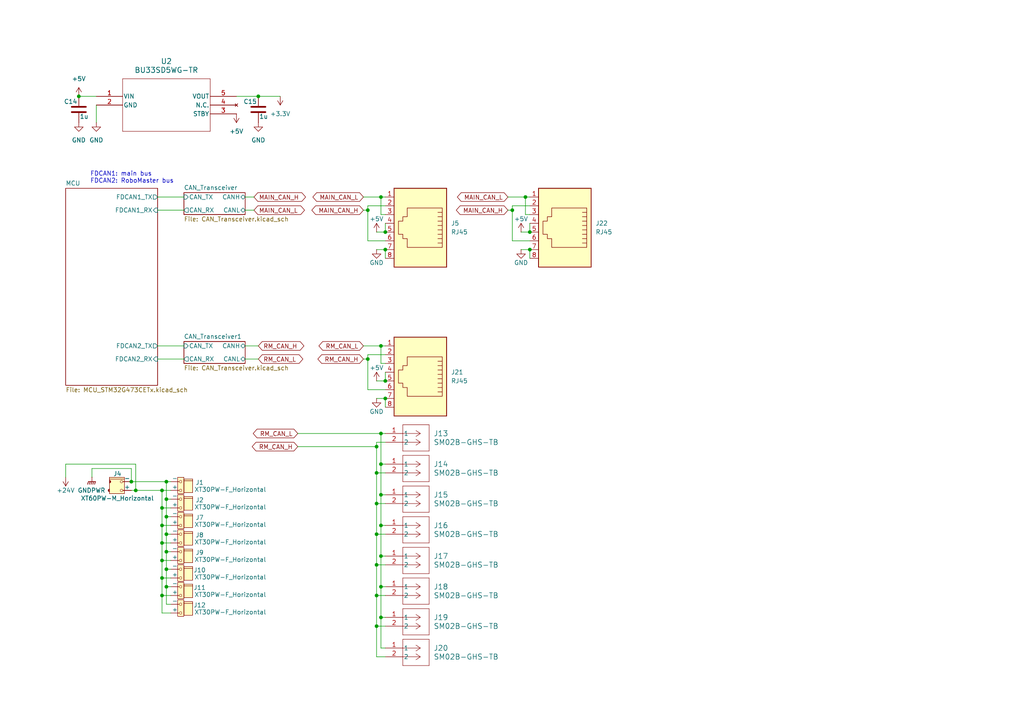
<source format=kicad_sch>
(kicad_sch (version 20250114) (generator "eeschema") (generator_version "9.0")
  (paper "A4")
  (lib_symbols
    (symbol "2025-09-24_17-07-21:BU33SD5WG-TR" (pin_names (offset 0.254))
      (property "Reference" "U" (at 20.32 10.16 0))
      (property "Value" "BU33SD5WG-TR" (at 20.32 7.62 0))
      (symbol "BU33SD5WG-TR_0_1"
        (polyline (pts (xy 7.62 5.08) (xy 7.62 -10.16)) (stroke (width 0.127)))
        (polyline (pts (xy 7.62 -10.16) (xy 33.02 -10.16)) (stroke (width 0.127)))
        (polyline (pts (xy 33.02 5.08) (xy 7.62 5.08)) (stroke (width 0.127)))
        (polyline (pts (xy 33.02 -10.16) (xy 33.02 5.08)) (stroke (width 0.127)))
        (pin unspecified line (at 0 0 0) (length 7.62) (name "VIN") (number "1"))
        (pin power_out line (at 0 -2.54 0) (length 7.62) (name "GND") (number "2"))
        (pin output line (at 40.64 0 180) (length 7.62) (name "VOUT") (number "5"))
        (pin no_connect line (at 40.64 -2.54 180) (length 7.62) (name "N.C.") (number "4"))
        (pin unspecified line (at 40.64 -5.08 180) (length 7.62) (name "STBY") (number "3"))
      )
    )
    (symbol "2025-09-24_17-23-00:SM02B-GHS-TB" (pin_names (offset 0.254))
      (property "Reference" "J" (at 8.89 6.35 0))
      (property "Value" "SM02B-GHS-TB" (at 0 0 0))
      (symbol "SM02B-GHS-TB_1_1"
        (polyline (pts (xy 5.08 2.54) (xy 5.08 -5.08)) (stroke (width 0.127)))
        (polyline (pts (xy 5.08 -5.08) (xy 12.7 -5.08)) (stroke (width 0.127)))
        (polyline (pts (xy 10.16 0) (xy 5.08 0)) (stroke (width 0.127)))
        (polyline (pts (xy 10.16 0) (xy 8.89 0.8467)) (stroke (width 0.127)))
        (polyline (pts (xy 10.16 0) (xy 8.89 -0.8467)) (stroke (width 0.127)))
        (polyline (pts (xy 10.16 -2.54) (xy 5.08 -2.54)) (stroke (width 0.127)))
        (polyline (pts (xy 10.16 -2.54) (xy 8.89 -1.6933)) (stroke (width 0.127)))
        (polyline (pts (xy 10.16 -2.54) (xy 8.89 -3.3867)) (stroke (width 0.127)))
        (polyline (pts (xy 12.7 2.54) (xy 5.08 2.54)) (stroke (width 0.127)))
        (polyline (pts (xy 12.7 -5.08) (xy 12.7 2.54)) (stroke (width 0.127)))
        (pin unspecified line (at 0 0 0) (length 5.08) (name "1") (number "1"))
        (pin unspecified line (at 0 -2.54 0) (length 5.08) (name "2") (number "2"))
      )
      (symbol "SM02B-GHS-TB_1_2"
        (polyline (pts (xy 5.08 2.54) (xy 5.08 -5.08)) (stroke (width 0.127)))
        (polyline (pts (xy 5.08 -5.08) (xy 12.7 -5.08)) (stroke (width 0.127)))
        (polyline (pts (xy 7.62 0) (xy 5.08 0)) (stroke (width 0.127)))
        (polyline (pts (xy 7.62 0) (xy 8.89 0.8467)) (stroke (width 0.127)))
        (polyline (pts (xy 7.62 0) (xy 8.89 -0.8467)) (stroke (width 0.127)))
        (polyline (pts (xy 7.62 -2.54) (xy 5.08 -2.54)) (stroke (width 0.127)))
        (polyline (pts (xy 7.62 -2.54) (xy 8.89 -1.6933)) (stroke (width 0.127)))
        (polyline (pts (xy 7.62 -2.54) (xy 8.89 -3.3867)) (stroke (width 0.127)))
        (polyline (pts (xy 12.7 2.54) (xy 5.08 2.54)) (stroke (width 0.127)))
        (polyline (pts (xy 12.7 -5.08) (xy 12.7 2.54)) (stroke (width 0.127)))
        (pin unspecified line (at 0 0 0) (length 5.08) (name "1") (number "1"))
        (pin unspecified line (at 0 -2.54 0) (length 5.08) (name "2") (number "2"))
      )
    )
    (symbol "Connector:RJ45" (pin_names (offset 1.016))
      (property "Reference" "J" (at -5.08 13.97 0))
      (property "Value" "RJ45" (at 2.54 13.97 0))
      (symbol "RJ45_0_1"
        (polyline (pts (xy -6.35 1.905) (xy -5.08 1.905) (xy -5.08 1.905)))
        (polyline (pts (xy -6.35 0.635) (xy -5.08 0.635) (xy -5.08 0.635)))
        (polyline (pts (xy -6.35 -0.635) (xy -5.08 -0.635) (xy -5.08 -0.635)))
        (polyline (pts (xy -6.35 -1.905) (xy -5.08 -1.905) (xy -5.08 -1.905)))
        (polyline (pts (xy -6.35 -3.175) (xy -5.08 -3.175) (xy -5.08 -3.175)))
        (polyline (pts (xy -6.35 -4.445) (xy -6.35 6.985) (xy 3.81 6.985) (xy 3.81 4.445) (xy 5.08 4.445) (xy 5.08 3.175) (xy 6.35 3.175) (xy 6.35 -0.635) (xy 5.08 -0.635) (xy 5.08 -1.905) (xy 3.81 -1.905) (xy 3.81 -4.445) (xy -6.35 -4.445) (xy -6.35 -4.445)))
        (polyline (pts (xy -5.08 5.715) (xy -6.35 5.715)))
        (polyline (pts (xy -5.08 4.445) (xy -6.35 4.445)))
        (polyline (pts (xy -5.08 3.175) (xy -6.35 3.175) (xy -6.35 3.175)))
        (rectangle (start 7.62 12.7) (end -7.62 -10.16) (stroke (width 0.254)) (fill (type background)))
      )
      (symbol "RJ45_1_1"
        (pin passive line (at 10.16 10.16 180) (length 2.54) (name "~") (number "8"))
        (pin passive line (at 10.16 7.62 180) (length 2.54) (name "~") (number "7"))
        (pin passive line (at 10.16 5.08 180) (length 2.54) (name "~") (number "6"))
        (pin passive line (at 10.16 2.54 180) (length 2.54) (name "~") (number "5"))
        (pin passive line (at 10.16 0 180) (length 2.54) (name "~") (number "4"))
        (pin passive line (at 10.16 -2.54 180) (length 2.54) (name "~") (number "3"))
        (pin passive line (at 10.16 -5.08 180) (length 2.54) (name "~") (number "2"))
        (pin passive line (at 10.16 -7.62 180) (length 2.54) (name "~") (number "1"))
      )
    )
    (symbol "Device:C" (pin_numbers (hide yes)) (pin_names (offset 0.254))
      (property "Reference" "C" (at 0.635 2.54 0))
      (property "Value" "C" (at 0.635 -2.54 0))
      (symbol "C_0_1"
        (polyline (pts (xy -2.032 0.762) (xy 2.032 0.762)) (stroke (width 0.508)))
        (polyline (pts (xy -2.032 -0.762) (xy 2.032 -0.762)) (stroke (width 0.508)))
      )
      (symbol "C_1_1"
        (pin passive line (at 0 3.81 270) (length 2.794) (name "~") (number "1"))
        (pin passive line (at 0 -3.81 90) (length 2.794) (name "~") (number "2"))
      )
    )
    (symbol "XT30PW-F_Horizontal_1" (pin_numbers (hide yes)) (pin_names (offset 0))
      (property "Reference" "J" (at 0 3.302 0))
      (property "Value" "XT30PW-F_Horizontal" (at 0 -3.556 0))
      (symbol "XT30PW-F_Horizontal_1_1_1"
        (rectangle (start -1.778 2.2225) (end 0 -2.5399) (stroke (width 0.1524)) (fill (type background)))
        (circle (center -0.9652 1.27) (radius 0.381) (stroke (width 0.1016)))
        (circle (center -0.9652 -1.27) (radius 0.381) (stroke (width 0.1016)))
        (rectangle (start 0 1.905) (end 2.54 -2.032) (fill (type background)))
        (polyline (pts (xy 0 -1.524) (xy 2.54 -1.524)))
        (pin power_out line (at -3.81 1.27 0) (length 2.413) (name "+") (number "1"))
        (pin power_out line (at -3.81 -1.27 0) (length 2.413) (name "-") (number "1"))
      )
    )
    (symbol "XT30PW-F_Horizontal_2" (pin_numbers (hide yes)) (pin_names (offset 0))
      (property "Reference" "J" (at 0 3.302 0))
      (property "Value" "XT30PW-F_Horizontal" (at 0 -3.556 0))
      (symbol "XT30PW-F_Horizontal_2_1_1"
        (rectangle (start -1.778 2.2225) (end 0 -2.5399) (stroke (width 0.1524)) (fill (type background)))
        (circle (center -0.9652 1.27) (radius 0.381) (stroke (width 0.1016)))
        (circle (center -0.9652 -1.27) (radius 0.381) (stroke (width 0.1016)))
        (rectangle (start 0 1.905) (end 2.54 -2.032) (fill (type background)))
        (polyline (pts (xy 0 -1.524) (xy 2.54 -1.524)))
        (pin power_out line (at -3.81 1.27 0) (length 2.413) (name "+") (number "1"))
        (pin power_out line (at -3.81 -1.27 0) (length 2.413) (name "-") (number "1"))
      )
    )
    (symbol "XT30PW-F_Horizontal_3" (pin_numbers (hide yes)) (pin_names (offset 0))
      (property "Reference" "J" (at 0 3.302 0))
      (property "Value" "XT30PW-F_Horizontal" (at 0 -3.556 0))
      (symbol "XT30PW-F_Horizontal_3_1_1"
        (rectangle (start -1.778 2.2225) (end 0 -2.5399) (stroke (width 0.1524)) (fill (type background)))
        (circle (center -0.9652 1.27) (radius 0.381) (stroke (width 0.1016)))
        (circle (center -0.9652 -1.27) (radius 0.381) (stroke (width 0.1016)))
        (rectangle (start 0 1.905) (end 2.54 -2.032) (fill (type background)))
        (polyline (pts (xy 0 -1.524) (xy 2.54 -1.524)))
        (pin power_out line (at -3.81 1.27 0) (length 2.413) (name "+") (number "1"))
        (pin power_out line (at -3.81 -1.27 0) (length 2.413) (name "-") (number "1"))
      )
    )
    (symbol "XT30PW-F_Horizontal_4" (pin_numbers (hide yes)) (pin_names (offset 0))
      (property "Reference" "J" (at 0 3.302 0))
      (property "Value" "XT30PW-F_Horizontal" (at 0 -3.556 0))
      (symbol "XT30PW-F_Horizontal_4_1_1"
        (rectangle (start -1.778 2.2225) (end 0 -2.5399) (stroke (width 0.1524)) (fill (type background)))
        (circle (center -0.9652 1.27) (radius 0.381) (stroke (width 0.1016)))
        (circle (center -0.9652 -1.27) (radius 0.381) (stroke (width 0.1016)))
        (rectangle (start 0 1.905) (end 2.54 -2.032) (fill (type background)))
        (polyline (pts (xy 0 -1.524) (xy 2.54 -1.524)))
        (pin power_out line (at -3.81 1.27 0) (length 2.413) (name "+") (number "1"))
        (pin power_out line (at -3.81 -1.27 0) (length 2.413) (name "-") (number "1"))
      )
    )
    (symbol "XT30PW-F_Horizontal_5" (pin_numbers (hide yes)) (pin_names (offset 0))
      (property "Reference" "J" (at 0 3.302 0))
      (property "Value" "XT30PW-F_Horizontal" (at 0 -3.556 0))
      (symbol "XT30PW-F_Horizontal_5_1_1"
        (rectangle (start -1.778 2.2225) (end 0 -2.5399) (stroke (width 0.1524)) (fill (type background)))
        (circle (center -0.9652 1.27) (radius 0.381) (stroke (width 0.1016)))
        (circle (center -0.9652 -1.27) (radius 0.381) (stroke (width 0.1016)))
        (rectangle (start 0 1.905) (end 2.54 -2.032) (fill (type background)))
        (polyline (pts (xy 0 -1.524) (xy 2.54 -1.524)))
        (pin power_out line (at -3.81 1.27 0) (length 2.413) (name "+") (number "1"))
        (pin power_out line (at -3.81 -1.27 0) (length 2.413) (name "-") (number "1"))
      )
    )
    (symbol "XT30PW-F_Horizontal_6" (pin_numbers (hide yes)) (pin_names (offset 0))
      (property "Reference" "J" (at 0 3.302 0))
      (property "Value" "XT30PW-F_Horizontal" (at 0 -3.556 0))
      (symbol "XT30PW-F_Horizontal_6_1_1"
        (rectangle (start -1.778 2.2225) (end 0 -2.5399) (stroke (width 0.1524)) (fill (type background)))
        (circle (center -0.9652 1.27) (radius 0.381) (stroke (width 0.1016)))
        (circle (center -0.9652 -1.27) (radius 0.381) (stroke (width 0.1016)))
        (rectangle (start 0 1.905) (end 2.54 -2.032) (fill (type background)))
        (polyline (pts (xy 0 -1.524) (xy 2.54 -1.524)))
        (pin power_out line (at -3.81 1.27 0) (length 2.413) (name "+") (number "1"))
        (pin power_out line (at -3.81 -1.27 0) (length 2.413) (name "-") (number "1"))
      )
    )
    (symbol "XT30PW-F_Horizontal_7" (pin_numbers (hide yes)) (pin_names (offset 0))
      (property "Reference" "J" (at 0 3.302 0))
      (property "Value" "XT30PW-F_Horizontal" (at 0 -3.556 0))
      (symbol "XT30PW-F_Horizontal_7_1_1"
        (rectangle (start -1.778 2.2225) (end 0 -2.5399) (stroke (width 0.1524)) (fill (type background)))
        (circle (center -0.9652 1.27) (radius 0.381) (stroke (width 0.1016)))
        (circle (center -0.9652 -1.27) (radius 0.381) (stroke (width 0.1016)))
        (rectangle (start 0 1.905) (end 2.54 -2.032) (fill (type background)))
        (polyline (pts (xy 0 -1.524) (xy 2.54 -1.524)))
        (pin power_out line (at -3.81 1.27 0) (length 2.413) (name "+") (number "1"))
        (pin power_out line (at -3.81 -1.27 0) (length 2.413) (name "-") (number "1"))
      )
    )
    (symbol "XT30PW-F_Horizontal_8" (pin_numbers (hide yes)) (pin_names (offset 0))
      (property "Reference" "J" (at 0 3.302 0))
      (property "Value" "XT30PW-F_Horizontal" (at 0 -3.556 0))
      (symbol "XT30PW-F_Horizontal_8_1_1"
        (rectangle (start -1.778 2.2225) (end 0 -2.5399) (stroke (width 0.1524)) (fill (type background)))
        (circle (center -0.9652 1.27) (radius 0.381) (stroke (width 0.1016)))
        (circle (center -0.9652 -1.27) (radius 0.381) (stroke (width 0.1016)))
        (rectangle (start 0 1.905) (end 2.54 -2.032) (fill (type background)))
        (polyline (pts (xy 0 -1.524) (xy 2.54 -1.524)))
        (pin power_out line (at -3.81 1.27 0) (length 2.413) (name "+") (number "1"))
        (pin power_out line (at -3.81 -1.27 0) (length 2.413) (name "-") (number "1"))
      )
    )
    (symbol "power:+24V" (power) (pin_numbers (hide yes)) (pin_names (offset 0) (hide yes))
      (property "Value" "+24V" (at 0 3.556 0))
      (symbol "+24V_0_1"
        (polyline (pts (xy -0.762 1.27) (xy 0 2.54)))
        (polyline (pts (xy 0 2.54) (xy 0.762 1.27)))
        (polyline (pts (xy 0 0) (xy 0 2.54)))
      )
      (symbol "+24V_1_1"
        (pin power_in line (at 0 0 90) (length 0) (name "~") (number "1"))
      )
    )
    (symbol "power:+3.3V" (power) (pin_numbers (hide yes)) (pin_names (offset 0) (hide yes))
      (property "Value" "+3.3V" (at 0 3.556 0))
      (symbol "+3.3V_0_1"
        (polyline (pts (xy -0.762 1.27) (xy 0 2.54)))
        (polyline (pts (xy 0 2.54) (xy 0.762 1.27)))
        (polyline (pts (xy 0 0) (xy 0 2.54)))
      )
      (symbol "+3.3V_1_1"
        (pin power_in line (at 0 0 90) (length 0) (name "~") (number "1"))
      )
    )
    (symbol "power:+5V" (power) (pin_numbers (hide yes)) (pin_names (offset 0) (hide yes))
      (property "Value" "+5V" (at 0 3.556 0))
      (symbol "+5V_0_1"
        (polyline (pts (xy -0.762 1.27) (xy 0 2.54)))
        (polyline (pts (xy 0 2.54) (xy 0.762 1.27)))
        (polyline (pts (xy 0 0) (xy 0 2.54)))
      )
      (symbol "+5V_1_1"
        (pin power_in line (at 0 0 90) (length 0) (name "~") (number "1"))
      )
    )
    (symbol "power:GND" (power) (pin_numbers (hide yes)) (pin_names (offset 0) (hide yes))
      (property "Value" "GND" (at 0 -3.81 0))
      (symbol "GND_0_1"
        (polyline (pts (xy 0 0) (xy 0 -1.27) (xy 1.27 -1.27) (xy 0 -2.54) (xy -1.27 -1.27) (xy 0 -1.27)))
      )
      (symbol "GND_1_1"
        (pin power_in line (at 0 0 270) (length 0) (name "~") (number "1"))
      )
    )
    (symbol "power:GNDPWR" (power) (pin_numbers (hide yes)) (pin_names (offset 0) (hide yes))
      (property "Value" "GNDPWR" (at 0 -3.302 0))
      (symbol "GNDPWR_0_1"
        (polyline (pts (xy -1.016 -1.27) (xy -1.27 -2.032) (xy -1.27 -2.032)) (stroke (width 0.2032)))
        (polyline (pts (xy -0.508 -1.27) (xy -0.762 -2.032) (xy -0.762 -2.032)) (stroke (width 0.2032)))
        (polyline (pts (xy 0 -1.27) (xy 0 0)))
        (polyline (pts (xy 0 -1.27) (xy -0.254 -2.032) (xy -0.254 -2.032)) (stroke (width 0.2032)))
        (polyline (pts (xy 0.508 -1.27) (xy 0.254 -2.032) (xy 0.254 -2.032)) (stroke (width 0.2032)))
        (polyline (pts (xy 1.016 -1.27) (xy -1.016 -1.27) (xy -1.016 -1.27)) (stroke (width 0.2032)))
        (polyline (pts (xy 1.016 -1.27) (xy 0.762 -2.032) (xy 0.762 -2.032) (xy 0.762 -2.032)) (stroke (width 0.2032)))
      )
      (symbol "GNDPWR_1_1"
        (pin power_in line (at 0 0 270) (length 0) (name "~") (number "1"))
      )
    )
    (symbol "y-robo:XT60PW-M_Horizontal" (pin_numbers (hide yes)) (pin_names (offset 0))
      (property "Reference" "J" (at 0 3.556 0))
      (property "Value" "XT60PW-M_Horizontal" (at 0 -3.81 0))
      (symbol "XT60PW-M_Horizontal_0_1"
        (polyline (pts (xy -1.778 -2.032) (xy 2.54 -2.032)))
      )
      (symbol "XT60PW-M_Horizontal_1_1"
        (rectangle (start -1.778 2.2225) (end 2.54 -2.5399) (stroke (width 0.1524)) (fill (type background)))
        (circle (center -0.9652 1.27) (radius 0.381) (stroke (width 0.1016)))
        (circle (center -0.9652 -1.27) (radius 0.381) (stroke (width 0.1016)))
        (arc (start 2.54 1.651) (mid 2.921 1.27) (end 2.54 0.889) (fill (type outline)))
        (arc (start 2.54 -0.889) (mid 2.54 -0.889) (end 2.54 -1.651) (fill (type outline)))
        (pin power_out line (at -3.81 1.27 0) (length 2.413) (name "+") (number "1"))
        (pin power_out line (at -3.81 -1.27 0) (length 2.413) (name "-") (number "2"))
      )
    )
  )
  (text "FDCAN1: main bus\nFDCAN2: RoboMaster bus" (at 26.162 49.784 0) (effects (font (size 1.27 1.27)) (justify left top)))
  (junction (at 109.22 154.94))
  (junction (at 46.99 172.72))
  (junction (at 46.99 157.48))
  (junction (at 153.67 67.31))
  (junction (at 153.67 72.39))
  (junction (at 109.22 129.54))
  (junction (at 48.26 154.94))
  (junction (at 46.99 162.56))
  (junction (at 48.26 139.7))
  (junction (at 48.26 170.18))
  (junction (at 39.37 142.24))
  (junction (at 110.49 125.73))
  (junction (at 106.68 60.96))
  (junction (at 110.49 143.51))
  (junction (at 46.99 142.24))
  (junction (at 110.49 179.07))
  (junction (at 46.99 152.4))
  (junction (at 109.22 172.72))
  (junction (at 48.26 149.86))
  (junction (at 110.49 100.33))
  (junction (at 109.22 163.83))
  (junction (at 110.49 152.4))
  (junction (at 48.26 160.02))
  (junction (at 148.59 60.96))
  (junction (at 110.49 161.29))
  (junction (at 48.26 144.78))
  (junction (at 48.26 165.1))
  (junction (at 106.68 104.14))
  (junction (at 109.22 146.05))
  (junction (at 111.76 67.31))
  (junction (at 110.49 134.62))
  (junction (at 38.1 139.7))
  (junction (at 46.99 147.32))
  (junction (at 22.86 27.94))
  (junction (at 109.22 181.61))
  (junction (at 109.22 137.16))
  (junction (at 111.76 110.49))
  (junction (at 110.49 170.18))
  (junction (at 46.99 167.64))
  (junction (at 110.49 57.15))
  (junction (at 111.76 72.39))
  (junction (at 74.93 27.94))
  (junction (at 111.76 115.57))
  (junction (at 152.4 57.15))
  (wire (pts (xy 109.22 129.54) (xy 109.22 128.27)))
  (wire (pts (xy 71.12 60.96) (xy 73.66 60.96)))
  (wire (pts (xy 49.53 147.32) (xy 46.99 147.32)))
  (wire (pts (xy 110.49 170.18) (xy 111.76 170.18)))
  (wire (pts (xy 39.37 142.24) (xy 46.99 142.24)))
  (wire (pts (xy 109.22 137.16) (xy 111.76 137.16)))
  (wire (pts (xy 110.49 105.41) (xy 111.76 105.41)))
  (wire (pts (xy 110.49 170.18) (xy 110.49 179.07)))
  (wire (pts (xy 105.41 100.33) (xy 110.49 100.33)))
  (wire (pts (xy 111.76 72.39) (xy 111.76 74.93)))
  (wire (pts (xy 49.53 170.18) (xy 48.26 170.18)))
  (wire (pts (xy 49.53 152.4) (xy 46.99 152.4)))
  (wire (pts (xy 48.26 165.1) (xy 48.26 170.18)))
  (wire (pts (xy 153.67 67.31) (xy 153.67 64.77)))
  (wire (pts (xy 106.68 60.96) (xy 106.68 69.85)))
  (wire (pts (xy 151.13 67.31) (xy 153.67 67.31)))
  (wire (pts (xy 68.58 27.94) (xy 74.93 27.94)))
  (wire (pts (xy 48.26 139.7) (xy 49.53 139.7)))
  (wire (pts (xy 45.72 104.14) (xy 53.34 104.14)))
  (wire (pts (xy 46.99 152.4) (xy 46.99 157.48)))
  (wire (pts (xy 49.53 165.1) (xy 48.26 165.1)))
  (wire (pts (xy 109.22 110.49) (xy 111.76 110.49)))
  (wire (pts (xy 111.76 190.5) (xy 109.22 190.5)))
  (wire (pts (xy 110.49 134.62) (xy 110.49 143.51)))
  (wire (pts (xy 152.4 62.23) (xy 153.67 62.23)))
  (wire (pts (xy 26.67 135.89) (xy 26.67 138.43)))
  (wire (pts (xy 45.72 100.33) (xy 53.34 100.33)))
  (wire (pts (xy 110.49 125.73) (xy 111.76 125.73)))
  (wire (pts (xy 110.49 100.33) (xy 111.76 100.33)))
  (wire (pts (xy 46.99 172.72) (xy 46.99 177.8)))
  (wire (pts (xy 110.49 57.15) (xy 111.76 57.15)))
  (wire (pts (xy 74.93 100.33) (xy 71.12 100.33)))
  (wire (pts (xy 49.53 160.02) (xy 48.26 160.02)))
  (wire (pts (xy 22.86 27.94) (xy 27.94 27.94)))
  (wire (pts (xy 106.68 69.85) (xy 111.76 69.85)))
  (wire (pts (xy 109.22 181.61) (xy 109.22 172.72)))
  (wire (pts (xy 109.22 154.94) (xy 111.76 154.94)))
  (wire (pts (xy 152.4 57.15) (xy 152.4 62.23)))
  (wire (pts (xy 45.72 60.96) (xy 53.34 60.96)))
  (wire (pts (xy 86.36 129.54) (xy 109.22 129.54)))
  (wire (pts (xy 109.22 154.94) (xy 109.22 146.05)))
  (wire (pts (xy 38.1 139.7) (xy 38.1 135.89)))
  (wire (pts (xy 152.4 57.15) (xy 153.67 57.15)))
  (wire (pts (xy 38.1 139.7) (xy 48.26 139.7)))
  (wire (pts (xy 109.22 67.31) (xy 111.76 67.31)))
  (wire (pts (xy 111.76 115.57) (xy 111.76 118.11)))
  (wire (pts (xy 46.99 142.24) (xy 49.53 142.24)))
  (wire (pts (xy 106.68 59.69) (xy 111.76 59.69)))
  (wire (pts (xy 48.26 170.18) (xy 48.26 175.26)))
  (wire (pts (xy 151.13 72.39) (xy 153.67 72.39)))
  (wire (pts (xy 153.67 72.39) (xy 153.67 74.93)))
  (wire (pts (xy 105.41 104.14) (xy 106.68 104.14)))
  (wire (pts (xy 110.49 134.62) (xy 110.49 125.73)))
  (wire (pts (xy 49.53 154.94) (xy 48.26 154.94)))
  (wire (pts (xy 110.49 179.07) (xy 111.76 179.07)))
  (wire (pts (xy 110.49 161.29) (xy 110.49 170.18)))
  (wire (pts (xy 147.32 60.96) (xy 148.59 60.96)))
  (wire (pts (xy 109.22 172.72) (xy 109.22 163.83)))
  (wire (pts (xy 48.26 149.86) (xy 48.26 154.94)))
  (wire (pts (xy 86.36 125.73) (xy 110.49 125.73)))
  (wire (pts (xy 48.26 144.78) (xy 48.26 149.86)))
  (wire (pts (xy 74.93 27.94) (xy 81.28 27.94)))
  (wire (pts (xy 110.49 179.07) (xy 110.49 187.96)))
  (wire (pts (xy 49.53 149.86) (xy 48.26 149.86)))
  (wire (pts (xy 110.49 143.51) (xy 110.49 152.4)))
  (wire (pts (xy 148.59 69.85) (xy 153.67 69.85)))
  (wire (pts (xy 39.37 142.24) (xy 38.1 142.24)))
  (wire (pts (xy 49.53 162.56) (xy 46.99 162.56)))
  (wire (pts (xy 48.26 139.7) (xy 48.26 144.78)))
  (wire (pts (xy 105.41 57.15) (xy 110.49 57.15)))
  (wire (pts (xy 48.26 160.02) (xy 48.26 165.1)))
  (wire (pts (xy 109.22 137.16) (xy 109.22 129.54)))
  (wire (pts (xy 49.53 144.78) (xy 48.26 144.78)))
  (wire (pts (xy 106.68 104.14) (xy 106.68 113.03)))
  (wire (pts (xy 19.05 134.62) (xy 39.37 134.62)))
  (wire (pts (xy 49.53 167.64) (xy 46.99 167.64)))
  (wire (pts (xy 109.22 181.61) (xy 109.22 190.5)))
  (wire (pts (xy 111.76 134.62) (xy 110.49 134.62)))
  (wire (pts (xy 46.99 162.56) (xy 46.99 167.64)))
  (wire (pts (xy 110.49 57.15) (xy 110.49 62.23)))
  (wire (pts (xy 106.68 113.03) (xy 111.76 113.03)))
  (wire (pts (xy 109.22 146.05) (xy 111.76 146.05)))
  (wire (pts (xy 19.05 138.43) (xy 19.05 134.62)))
  (wire (pts (xy 46.99 167.64) (xy 46.99 172.72)))
  (wire (pts (xy 106.68 102.87) (xy 111.76 102.87)))
  (wire (pts (xy 110.49 152.4) (xy 110.49 161.29)))
  (wire (pts (xy 111.76 187.96) (xy 110.49 187.96)))
  (wire (pts (xy 46.99 157.48) (xy 46.99 162.56)))
  (wire (pts (xy 74.93 104.14) (xy 71.12 104.14)))
  (wire (pts (xy 110.49 152.4) (xy 111.76 152.4)))
  (wire (pts (xy 109.22 163.83) (xy 111.76 163.83)))
  (wire (pts (xy 109.22 115.57) (xy 111.76 115.57)))
  (wire (pts (xy 49.53 175.26) (xy 48.26 175.26)))
  (wire (pts (xy 111.76 110.49) (xy 111.76 107.95)))
  (wire (pts (xy 110.49 100.33) (xy 110.49 105.41)))
  (wire (pts (xy 109.22 128.27) (xy 111.76 128.27)))
  (wire (pts (xy 45.72 57.15) (xy 53.34 57.15)))
  (wire (pts (xy 111.76 67.31) (xy 111.76 64.77)))
  (wire (pts (xy 27.94 30.48) (xy 27.94 35.56)))
  (wire (pts (xy 39.37 134.62) (xy 39.37 142.24)))
  (wire (pts (xy 109.22 72.39) (xy 111.76 72.39)))
  (wire (pts (xy 105.41 60.96) (xy 106.68 60.96)))
  (wire (pts (xy 48.26 154.94) (xy 48.26 160.02)))
  (wire (pts (xy 106.68 104.14) (xy 106.68 102.87)))
  (wire (pts (xy 109.22 172.72) (xy 111.76 172.72)))
  (wire (pts (xy 49.53 177.8) (xy 46.99 177.8)))
  (wire (pts (xy 109.22 163.83) (xy 109.22 154.94)))
  (wire (pts (xy 71.12 57.15) (xy 73.66 57.15)))
  (wire (pts (xy 109.22 181.61) (xy 111.76 181.61)))
  (wire (pts (xy 110.49 62.23) (xy 111.76 62.23)))
  (wire (pts (xy 148.59 59.69) (xy 153.67 59.69)))
  (wire (pts (xy 106.68 60.96) (xy 106.68 59.69)))
  (wire (pts (xy 110.49 143.51) (xy 111.76 143.51)))
  (wire (pts (xy 49.53 157.48) (xy 46.99 157.48)))
  (wire (pts (xy 46.99 147.32) (xy 46.99 152.4)))
  (wire (pts (xy 49.53 172.72) (xy 46.99 172.72)))
  (wire (pts (xy 46.99 142.24) (xy 46.99 147.32)))
  (wire (pts (xy 148.59 60.96) (xy 148.59 59.69)))
  (wire (pts (xy 109.22 146.05) (xy 109.22 137.16)))
  (wire (pts (xy 38.1 135.89) (xy 26.67 135.89)))
  (wire (pts (xy 147.32 57.15) (xy 152.4 57.15)))
  (wire (pts (xy 110.49 161.29) (xy 111.76 161.29)))
  (wire (pts (xy 148.59 60.96) (xy 148.59 69.85)))
  (global_label "RM_CAN_L" (shape bidirectional) (at 105.41 100.33 180) (property "Intersheetrefs" "${INTERSHEET_REFS}" (effects (hide yes))))
  (global_label "MAIN_CAN_H" (shape bidirectional) (at 147.32 60.96 180) (property "Intersheetrefs" "${INTERSHEET_REFS}" (effects (hide yes))))
  (global_label "MAIN_CAN_L" (shape bidirectional) (at 147.32 57.15 180) (property "Intersheetrefs" "${INTERSHEET_REFS}" (effects (hide yes))))
  (global_label "MAIN_CAN_L" (shape bidirectional) (at 73.66 60.96 0) (property "Intersheetrefs" "${INTERSHEET_REFS}" (effects (hide yes))))
  (global_label "MAIN_CAN_H" (shape bidirectional) (at 73.66 57.15 0) (property "Intersheetrefs" "${INTERSHEET_REFS}" (effects (hide yes))))
  (global_label "MAIN_CAN_L" (shape bidirectional) (at 105.41 57.15 180) (property "Intersheetrefs" "${INTERSHEET_REFS}" (effects (hide yes))))
  (global_label "MAIN_CAN_H" (shape bidirectional) (at 105.41 60.96 180) (property "Intersheetrefs" "${INTERSHEET_REFS}" (effects (hide yes))))
  (global_label "RM_CAN_H" (shape bidirectional) (at 86.36 129.54 180) (property "Intersheetrefs" "${INTERSHEET_REFS}" (effects (hide yes))))
  (global_label "RM_CAN_H" (shape bidirectional) (at 105.41 104.14 180) (property "Intersheetrefs" "${INTERSHEET_REFS}" (effects (hide yes))))
  (global_label "RM_CAN_L" (shape bidirectional) (at 86.36 125.73 180) (property "Intersheetrefs" "${INTERSHEET_REFS}" (effects (hide yes))))
  (global_label "RM_CAN_H" (shape bidirectional) (at 74.93 100.33 0) (property "Intersheetrefs" "${INTERSHEET_REFS}" (effects (hide yes))))
  (global_label "RM_CAN_L" (shape bidirectional) (at 74.93 104.14 0) (property "Intersheetrefs" "${INTERSHEET_REFS}" (effects (hide yes))))
  (symbol (lib_id "2025-09-24_17-23-00:SM02B-GHS-TB") (at 111.76 161.29 0) (unit 1)
    (property "Reference" "J17" (at 125.73 161.2899 0) (effects (font (size 1.524 1.524)) (justify left)))
    (property "Value" "SM02B-GHS-TB" (at 125.73 163.8299 0) (effects (font (size 1.524 1.524)) (justify left)))
    (property "Footprint" "Connector_JST:JST_GH_SM02B-GHS-TB_1x02-1MP_P1.25mm_Horizontal" (effects (hide yes)))
    (property "Datasheet" "SM02B-GHS-TB" (effects (hide yes)))
  )
  (symbol (lib_name "XT30PW-F_Horizontal_1") (lib_id "y-robo:XT30PW-F_Horizontal") (at 53.34 146.05 0) (mirror x) (unit 1)
    (property "Reference" "J2" (at 57.912 145.034 0))
    (property "Value" "XT30PW-F_Horizontal" (at 66.802 147.066 0))
    (property "Footprint" "Connector_AMASS:AMASS_XT30PW-F_1x02_P2.50mm_Horizontal" (effects (hide yes)))
  )
  (symbol (lib_name "XT30PW-F_Horizontal_6") (lib_id "y-robo:XT30PW-F_Horizontal") (at 53.34 140.97 0) (mirror x) (unit 1)
    (property "Reference" "J1" (at 57.912 139.954 0))
    (property "Value" "XT30PW-F_Horizontal" (at 66.802 141.986 0))
    (property "Footprint" "Connector_AMASS:AMASS_XT30PW-F_1x02_P2.50mm_Horizontal" (effects (hide yes)))
  )
  (symbol (lib_id "2025-09-24_17-23-00:SM02B-GHS-TB") (at 111.76 179.07 0) (unit 1)
    (property "Reference" "J19" (at 125.73 179.0699 0) (effects (font (size 1.524 1.524)) (justify left)))
    (property "Value" "SM02B-GHS-TB" (at 125.73 181.6099 0) (effects (font (size 1.524 1.524)) (justify left)))
    (property "Footprint" "Connector_JST:JST_GH_SM02B-GHS-TB_1x02-1MP_P1.25mm_Horizontal" (effects (hide yes)))
    (property "Datasheet" "SM02B-GHS-TB" (effects (hide yes)))
  )
  (symbol (lib_id "power:GND") (at 74.93 35.56 0) (unit 1)
    (property "Reference" "#PWR032" (effects (hide yes)))
    (property "Value" "GND" (at 74.93 40.64 0))
    (property "Description" "Power symbol creates a global label with name \"GND\" , ground" (effects (hide yes)))
  )
  (symbol (lib_id "power:+5V") (at 151.13 67.31 0) (unit 1)
    (property "Reference" "#PWR035" (effects (hide yes)))
    (property "Value" "+5V" (at 151.13 63.5 0))
    (property "Description" "Power symbol creates a global label with name \"+5V\"" (effects (hide yes)))
  )
  (symbol (lib_id "power:GND") (at 109.22 115.57 0) (unit 1)
    (property "Reference" "#PWR034" (effects (hide yes)))
    (property "Value" "GND" (at 109.22 119.38 0))
    (property "Description" "Power symbol creates a global label with name \"GND\" , ground" (effects (hide yes)))
  )
  (symbol (lib_id "power:+5V") (at 109.22 67.31 0) (unit 1)
    (property "Reference" "#PWR03" (effects (hide yes)))
    (property "Value" "+5V" (at 109.22 63.5 0))
    (property "Description" "Power symbol creates a global label with name \"+5V\"" (effects (hide yes)))
  )
  (symbol (lib_id "2025-09-24_17-23-00:SM02B-GHS-TB") (at 111.76 143.51 0) (unit 1)
    (property "Reference" "J15" (at 125.73 143.5099 0) (effects (font (size 1.524 1.524)) (justify left)))
    (property "Value" "SM02B-GHS-TB" (at 125.73 146.0499 0) (effects (font (size 1.524 1.524)) (justify left)))
    (property "Footprint" "Connector_JST:JST_GH_SM02B-GHS-TB_1x02-1MP_P1.25mm_Horizontal" (effects (hide yes)))
    (property "Datasheet" "SM02B-GHS-TB" (effects (hide yes)))
  )
  (symbol (lib_id "power:GND") (at 27.94 35.56 0) (unit 1)
    (property "Reference" "#PWR029" (effects (hide yes)))
    (property "Value" "GND" (at 27.94 40.64 0))
    (property "Description" "Power symbol creates a global label with name \"GND\" , ground" (effects (hide yes)))
  )
  (symbol (lib_id "power:+5V") (at 109.22 110.49 0) (unit 1)
    (property "Reference" "#PWR033" (effects (hide yes)))
    (property "Value" "+5V" (at 109.22 106.68 0))
    (property "Description" "Power symbol creates a global label with name \"+5V\"" (effects (hide yes)))
  )
  (symbol (lib_id "Connector:RJ45") (at 121.92 107.95 180) (unit 1)
    (property "Reference" "J21" (at 130.81 107.9499 0) (effects (justify right)))
    (property "Value" "RJ45" (at 130.81 110.4899 0) (effects (justify right)))
    (property "Description" "RJ connector, 8P8C (8 positions 8 connected)" (effects (hide yes)))
  )
  (symbol (lib_name "XT30PW-F_Horizontal_2") (lib_id "y-robo:XT30PW-F_Horizontal") (at 53.34 151.13 0) (mirror x) (unit 1)
    (property "Reference" "J7" (at 57.912 150.114 0))
    (property "Value" "XT30PW-F_Horizontal" (at 66.802 152.146 0))
    (property "Footprint" "Connector_AMASS:AMASS_XT30PW-F_1x02_P2.50mm_Horizontal" (effects (hide yes)))
  )
  (symbol (lib_name "XT30PW-F_Horizontal_8") (lib_id "y-robo:XT30PW-F_Horizontal") (at 53.34 176.53 0) (mirror x) (unit 1)
    (property "Reference" "J12" (at 57.912 175.514 0))
    (property "Value" "XT30PW-F_Horizontal" (at 66.802 177.546 0))
    (property "Footprint" "Connector_AMASS:AMASS_XT30PW-F_1x02_P2.50mm_Horizontal" (effects (hide yes)))
  )
  (symbol (lib_id "y-robo:XT60PW-M_Horizontal") (at 34.29 140.97 180) (unit 1)
    (property "Reference" "J4" (at 34.036 137.414 0))
    (property "Value" "XT60PW-M_Horizontal" (at 34.036 144.526 0))
    (property "Footprint" "Connector_AMASS:AMASS_XT60PW-M_1x02_P7.20mm_Horizontal" (effects (hide yes)))
  )
  (symbol (lib_name "XT30PW-F_Horizontal_4") (lib_id "y-robo:XT30PW-F_Horizontal") (at 53.34 161.29 0) (mirror x) (unit 1)
    (property "Reference" "J9" (at 57.912 160.274 0))
    (property "Value" "XT30PW-F_Horizontal" (at 66.802 162.306 0))
    (property "Footprint" "Connector_AMASS:AMASS_XT30PW-F_1x02_P2.50mm_Horizontal" (effects (hide yes)))
  )
  (symbol (lib_name "XT30PW-F_Horizontal_5") (lib_id "y-robo:XT30PW-F_Horizontal") (at 53.34 166.37 0) (mirror x) (unit 1)
    (property "Reference" "J10" (at 57.912 165.354 0))
    (property "Value" "XT30PW-F_Horizontal" (at 66.802 167.386 0))
    (property "Footprint" "Connector_AMASS:AMASS_XT30PW-F_1x02_P2.50mm_Horizontal" (effects (hide yes)))
  )
  (symbol (lib_id "power:+3.3V") (at 81.28 27.94 180) (unit 1)
    (property "Reference" "#PWR030" (effects (hide yes)))
    (property "Value" "+3.3V" (at 81.28 33.02 0))
    (property "Description" "Power symbol creates a global label with name \"+3.3V\"" (effects (hide yes)))
  )
  (symbol (lib_id "power:+5V") (at 22.86 27.94 0) (unit 1)
    (property "Reference" "#PWR027" (effects (hide yes)))
    (property "Value" "+5V" (at 22.86 22.86 0))
    (property "Description" "Power symbol creates a global label with name \"+5V\"" (effects (hide yes)))
  )
  (symbol (lib_id "2025-09-24_17-23-00:SM02B-GHS-TB") (at 111.76 187.96 0) (unit 1)
    (property "Reference" "J20" (at 125.73 187.9599 0) (effects (font (size 1.524 1.524)) (justify left)))
    (property "Value" "SM02B-GHS-TB" (at 125.73 190.4999 0) (effects (font (size 1.524 1.524)) (justify left)))
    (property "Footprint" "Connector_JST:JST_GH_SM02B-GHS-TB_1x02-1MP_P1.25mm_Horizontal" (effects (hide yes)))
    (property "Datasheet" "SM02B-GHS-TB" (effects (hide yes)))
  )
  (symbol (lib_id "Device:C") (at 74.93 31.75 0) (unit 1)
    (property "Reference" "C15" (at 70.612 29.464 0) (effects (justify left)))
    (property "Value" "1u" (at 75.184 33.782 0) (effects (justify left)))
    (property "Description" "Unpolarized capacitor" (effects (hide yes)))
  )
  (symbol (lib_id "2025-09-24_17-23-00:SM02B-GHS-TB") (at 111.76 152.4 0) (unit 1)
    (property "Reference" "J16" (at 125.73 152.3999 0) (effects (font (size 1.524 1.524)) (justify left)))
    (property "Value" "SM02B-GHS-TB" (at 125.73 154.9399 0) (effects (font (size 1.524 1.524)) (justify left)))
    (property "Footprint" "Connector_JST:JST_GH_SM02B-GHS-TB_1x02-1MP_P1.25mm_Horizontal" (effects (hide yes)))
    (property "Datasheet" "SM02B-GHS-TB" (effects (hide yes)))
  )
  (symbol (lib_name "XT30PW-F_Horizontal_7") (lib_id "y-robo:XT30PW-F_Horizontal") (at 53.34 171.45 0) (mirror x) (unit 1)
    (property "Reference" "J11" (at 57.912 170.434 0))
    (property "Value" "XT30PW-F_Horizontal" (at 66.802 172.466 0))
    (property "Footprint" "Connector_AMASS:AMASS_XT30PW-F_1x02_P2.50mm_Horizontal" (effects (hide yes)))
  )
  (symbol (lib_name "XT30PW-F_Horizontal_3") (lib_id "y-robo:XT30PW-F_Horizontal") (at 53.34 156.21 0) (mirror x) (unit 1)
    (property "Reference" "J8" (at 57.912 155.194 0))
    (property "Value" "XT30PW-F_Horizontal" (at 66.802 157.226 0))
    (property "Footprint" "Connector_AMASS:AMASS_XT30PW-F_1x02_P2.50mm_Horizontal" (effects (hide yes)))
  )
  (symbol (lib_id "power:GND") (at 22.86 35.56 0) (unit 1)
    (property "Reference" "#PWR028" (effects (hide yes)))
    (property "Value" "GND" (at 22.86 40.64 0))
    (property "Description" "Power symbol creates a global label with name \"GND\" , ground" (effects (hide yes)))
  )
  (symbol (lib_id "Connector:RJ45") (at 121.92 64.77 180) (unit 1)
    (property "Reference" "J5" (at 130.81 64.7699 0) (effects (justify right)))
    (property "Value" "RJ45" (at 130.81 67.3099 0) (effects (justify right)))
    (property "Description" "RJ connector, 8P8C (8 positions 8 connected)" (effects (hide yes)))
  )
  (symbol (lib_id "power:GND") (at 151.13 72.39 0) (unit 1)
    (property "Reference" "#PWR036" (effects (hide yes)))
    (property "Value" "GND" (at 151.13 76.2 0))
    (property "Description" "Power symbol creates a global label with name \"GND\" , ground" (effects (hide yes)))
  )
  (symbol (lib_id "power:GNDPWR") (at 26.67 138.43 0) (unit 1)
    (property "Reference" "#PWR026" (effects (hide yes)))
    (property "Value" "GNDPWR" (at 26.543 142.24 0))
    (property "Description" "Power symbol creates a global label with name \"GNDPWR\" , global ground" (effects (hide yes)))
  )
  (symbol (lib_id "2025-09-24_17-23-00:SM02B-GHS-TB") (at 111.76 125.73 0) (unit 1)
    (property "Reference" "J13" (at 125.73 125.7299 0) (effects (font (size 1.524 1.524)) (justify left)))
    (property "Value" "SM02B-GHS-TB" (at 125.73 128.2699 0) (effects (font (size 1.524 1.524)) (justify left)))
    (property "Footprint" "Connector_JST:JST_GH_SM02B-GHS-TB_1x02-1MP_P1.25mm_Horizontal" (effects (hide yes)))
    (property "Datasheet" "SM02B-GHS-TB" (effects (hide yes)))
  )
  (symbol (lib_id "Device:C") (at 22.86 31.75 0) (unit 1)
    (property "Reference" "C14" (at 18.542 29.464 0) (effects (justify left)))
    (property "Value" "1u" (at 23.114 33.782 0) (effects (justify left)))
    (property "Description" "Unpolarized capacitor" (effects (hide yes)))
  )
  (symbol (lib_id "power:+5V") (at 68.58 33.02 180) (unit 1)
    (property "Reference" "#PWR031" (effects (hide yes)))
    (property "Value" "+5V" (at 68.58 38.1 0))
    (property "Description" "Power symbol creates a global label with name \"+5V\"" (effects (hide yes)))
  )
  (symbol (lib_id "2025-09-24_17-23-00:SM02B-GHS-TB") (at 111.76 134.62 0) (unit 1)
    (property "Reference" "J14" (at 125.73 134.6199 0) (effects (font (size 1.524 1.524)) (justify left)))
    (property "Value" "SM02B-GHS-TB" (at 125.73 137.1599 0) (effects (font (size 1.524 1.524)) (justify left)))
    (property "Footprint" "Connector_JST:JST_GH_SM02B-GHS-TB_1x02-1MP_P1.25mm_Horizontal" (effects (hide yes)))
    (property "Datasheet" "SM02B-GHS-TB" (effects (hide yes)))
  )
  (symbol (lib_id "2025-09-24_17-07-21:BU33SD5WG-TR") (at 27.94 27.94 0) (unit 1)
    (property "Reference" "U2" (at 48.26 17.78 0) (effects (font (size 1.524 1.524))))
    (property "Value" "BU33SD5WG-TR" (at 48.26 20.32 0) (effects (font (size 1.524 1.524))))
    (property "Footprint" "SSOP5_ROM" (effects (hide yes)))
    (property "Datasheet" "BU33SD5WG-TR" (effects (hide yes)))
  )
  (symbol (lib_id "Connector:RJ45") (at 163.83 64.77 180) (unit 1)
    (property "Reference" "J22" (at 172.72 64.7699 0) (effects (justify right)))
    (property "Value" "RJ45" (at 172.72 67.3099 0) (effects (justify right)))
    (property "Description" "RJ connector, 8P8C (8 positions 8 connected)" (effects (hide yes)))
  )
  (symbol (lib_id "power:GND") (at 109.22 72.39 0) (unit 1)
    (property "Reference" "#PWR04" (effects (hide yes)))
    (property "Value" "GND" (at 109.22 76.2 0))
    (property "Description" "Power symbol creates a global label with name \"GND\" , ground" (effects (hide yes)))
  )
  (symbol (lib_id "2025-09-24_17-23-00:SM02B-GHS-TB") (at 111.76 170.18 0) (unit 1)
    (property "Reference" "J18" (at 125.73 170.1799 0) (effects (font (size 1.524 1.524)) (justify left)))
    (property "Value" "SM02B-GHS-TB" (at 125.73 172.7199 0) (effects (font (size 1.524 1.524)) (justify left)))
    (property "Footprint" "Connector_JST:JST_GH_SM02B-GHS-TB_1x02-1MP_P1.25mm_Horizontal" (effects (hide yes)))
    (property "Datasheet" "SM02B-GHS-TB" (effects (hide yes)))
  )
  (symbol (lib_id "power:+24V") (at 19.05 138.43 180) (unit 1)
    (property "Reference" "#PWR025" (effects (hide yes)))
    (property "Value" "+24V" (at 19.05 142.24 0))
    (property "Description" "Power symbol creates a global label with name \"+24V\"" (effects (hide yes)))
  )
  (sheet (at 19.05 54.61) (size 26.67 57.15) (stroke (width 0.1524))
    (property "Sheetname" "MCU" (at 19.05 53.8984 0) (effects (justify left bottom)))
    (property "Sheetfile" "MCU_STM32G473CETx.kicad_sch" (at 19.05 112.3446 0) (effects (justify left top)))
    (pin "FDCAN1_RX" input (at 45.72 60.96 0))
    (pin "FDCAN1_TX" output (at 45.72 57.15 0))
    (pin "FDCAN2_RX" input (at 45.72 104.14 0))
    (pin "FDCAN2_TX" output (at 45.72 100.33 0))
  )
  (sheet (at 53.34 55.88) (size 17.78 6.35) (stroke (width 0.1524))
    (property "Sheetname" "CAN_Transceiver" (at 53.34 55.1684 0) (effects (justify left bottom)))
    (property "Sheetfile" "CAN_Transceiver.kicad_sch" (at 53.34 62.8146 0) (effects (justify left top)))
    (pin "CANH" bidirectional (at 71.12 57.15 0))
    (pin "CANL" bidirectional (at 71.12 60.96 0))
    (pin "CAN_TX" input (at 53.34 57.15 180))
    (pin "CAN_RX" output (at 53.34 60.96 180))
  )
  (sheet (at 53.34 99.06) (size 17.78 6.35) (stroke (width 0.1524))
    (property "Sheetname" "CAN_Transceiver1" (at 53.34 98.3484 0) (effects (justify left bottom)))
    (property "Sheetfile" "CAN_Transceiver.kicad_sch" (at 53.34 105.9946 0) (effects (justify left top)))
    (pin "CANH" bidirectional (at 71.12 100.33 0))
    (pin "CANL" bidirectional (at 71.12 104.14 0))
    (pin "CAN_TX" input (at 53.34 100.33 180))
    (pin "CAN_RX" output (at 53.34 104.14 180))
  )
)
</source>
